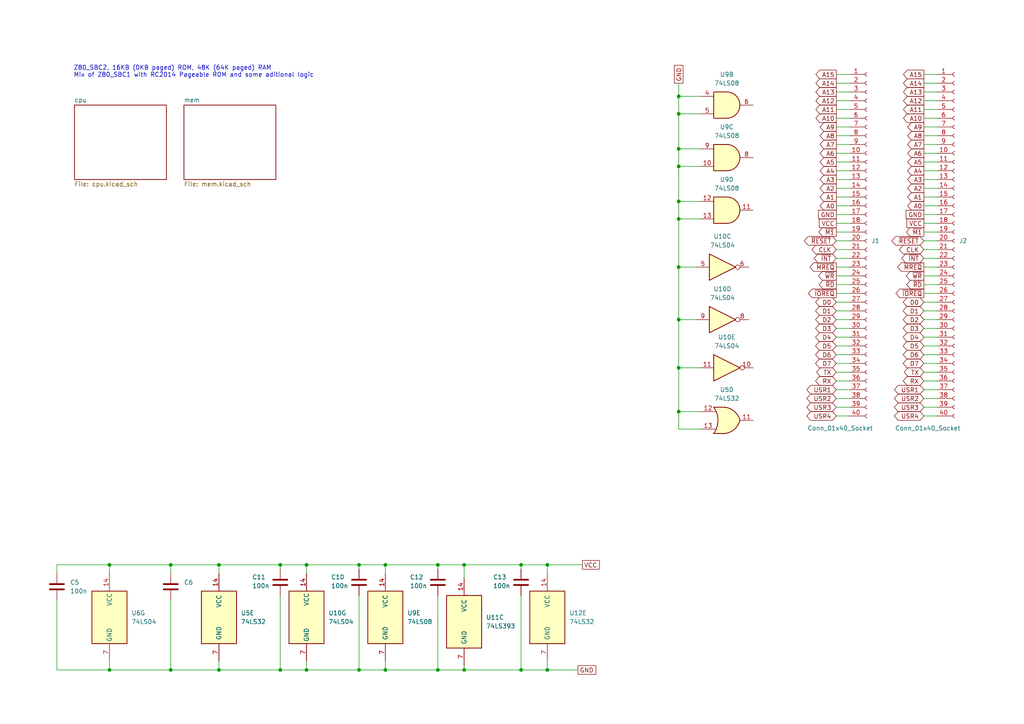
<source format=kicad_sch>
(kicad_sch (version 20231120) (generator "eeschema") (generator_version "8.0")
  (paper "A4")
  (lib_symbols
    (symbol "74xx:74LS04"
      (property "Reference" "U" (at 0 1.27 0))
      (property "Value" "74LS04" (at 0 -1.27 0))
      (symbol "74LS04_1_0"
        (polyline (pts (xy -3.81 3.81) (xy -3.81 -3.81) (xy 3.81 0) (xy -3.81 3.81)) (stroke (width 0.254)) (fill (type background)))
        (pin input line (at -7.62 0 0) (length 3.81) (name "~") (number "1"))
        (pin output inverted (at 7.62 0 180) (length 3.81) (name "~") (number "2"))
      )
      (symbol "74LS04_2_0"
        (polyline (pts (xy -3.81 3.81) (xy -3.81 -3.81) (xy 3.81 0) (xy -3.81 3.81)) (stroke (width 0.254)) (fill (type background)))
        (pin input line (at -7.62 0 0) (length 3.81) (name "~") (number "3"))
        (pin output inverted (at 7.62 0 180) (length 3.81) (name "~") (number "4"))
      )
      (symbol "74LS04_3_0"
        (polyline (pts (xy -3.81 3.81) (xy -3.81 -3.81) (xy 3.81 0) (xy -3.81 3.81)) (stroke (width 0.254)) (fill (type background)))
        (pin input line (at -7.62 0 0) (length 3.81) (name "~") (number "5"))
        (pin output inverted (at 7.62 0 180) (length 3.81) (name "~") (number "6"))
      )
      (symbol "74LS04_4_0"
        (polyline (pts (xy -3.81 3.81) (xy -3.81 -3.81) (xy 3.81 0) (xy -3.81 3.81)) (stroke (width 0.254)) (fill (type background)))
        (pin output inverted (at 7.62 0 180) (length 3.81) (name "~") (number "8"))
        (pin input line (at -7.62 0 0) (length 3.81) (name "~") (number "9"))
      )
      (symbol "74LS04_5_0"
        (polyline (pts (xy -3.81 3.81) (xy -3.81 -3.81) (xy 3.81 0) (xy -3.81 3.81)) (stroke (width 0.254)) (fill (type background)))
        (pin output inverted (at 7.62 0 180) (length 3.81) (name "~") (number "10"))
        (pin input line (at -7.62 0 0) (length 3.81) (name "~") (number "11"))
      )
      (symbol "74LS04_6_0"
        (polyline (pts (xy -3.81 3.81) (xy -3.81 -3.81) (xy 3.81 0) (xy -3.81 3.81)) (stroke (width 0.254)) (fill (type background)))
        (pin output inverted (at 7.62 0 180) (length 3.81) (name "~") (number "12"))
        (pin input line (at -7.62 0 0) (length 3.81) (name "~") (number "13"))
      )
      (symbol "74LS04_7_0"
        (pin power_in line (at 0 12.7 270) (length 5.08) (name "VCC") (number "14"))
        (pin power_in line (at 0 -12.7 90) (length 5.08) (name "GND") (number "7"))
      )
      (symbol "74LS04_7_1"
        (rectangle (start -5.08 7.62) (end 5.08 -7.62) (stroke (width 0.254)) (fill (type background)))
      )
    )
    (symbol "74xx:74LS08" (pin_names (offset 1.016))
      (property "Reference" "U" (at 0 1.27 0))
      (property "Value" "74LS08" (at 0 -1.27 0))
      (symbol "74LS08_1_1"
        (arc (start 0 -3.81) (mid 3.7934 0) (end 0 3.81) (stroke (width 0.254)) (fill (type background)))
        (polyline (pts (xy 0 3.81) (xy -3.81 3.81) (xy -3.81 -3.81) (xy 0 -3.81)) (stroke (width 0.254)) (fill (type background)))
        (pin input line (at -7.62 2.54 0) (length 3.81) (name "~") (number "1"))
        (pin input line (at -7.62 -2.54 0) (length 3.81) (name "~") (number "2"))
        (pin output line (at 7.62 0 180) (length 3.81) (name "~") (number "3"))
      )
      (symbol "74LS08_1_2"
        (arc (start -3.81 -3.81) (mid -2.589 0) (end -3.81 3.81) (stroke (width 0.254)))
        (arc (start -0.6096 -3.81) (mid 2.1842 -2.5851) (end 3.81 0) (stroke (width 0.254)) (fill (type background)))
        (polyline (pts (xy -3.81 -3.81) (xy -0.635 -3.81)) (stroke (width 0.254)) (fill (type background)))
        (polyline (pts (xy -3.81 3.81) (xy -0.635 3.81)) (stroke (width 0.254)) (fill (type background)))
        (polyline (pts (xy -0.635 3.81) (xy -3.81 3.81) (xy -3.81 3.81) (xy -3.556 3.4036) (xy -3.0226 2.2606) (xy -2.6924 1.0414) (xy -2.6162 -0.254) (xy -2.7686 -1.4986) (xy -3.175 -2.7178) (xy -3.81 -3.81) (xy -3.81 -3.81) (xy -0.635 -3.81)) (stroke (width -25.4)) (fill (type background)))
        (arc (start 3.81 0) (mid 2.1915 2.5936) (end -0.6096 3.81) (stroke (width 0.254)) (fill (type background)))
        (pin input inverted (at -7.62 2.54 0) (length 4.318) (name "~") (number "1"))
        (pin input inverted (at -7.62 -2.54 0) (length 4.318) (name "~") (number "2"))
        (pin output inverted (at 7.62 0 180) (length 3.81) (name "~") (number "3"))
      )
      (symbol "74LS08_2_1"
        (arc (start 0 -3.81) (mid 3.7934 0) (end 0 3.81) (stroke (width 0.254)) (fill (type background)))
        (polyline (pts (xy 0 3.81) (xy -3.81 3.81) (xy -3.81 -3.81) (xy 0 -3.81)) (stroke (width 0.254)) (fill (type background)))
        (pin input line (at -7.62 2.54 0) (length 3.81) (name "~") (number "4"))
        (pin input line (at -7.62 -2.54 0) (length 3.81) (name "~") (number "5"))
        (pin output line (at 7.62 0 180) (length 3.81) (name "~") (number "6"))
      )
      (symbol "74LS08_2_2"
        (arc (start -3.81 -3.81) (mid -2.589 0) (end -3.81 3.81) (stroke (width 0.254)))
        (arc (start -0.6096 -3.81) (mid 2.1842 -2.5851) (end 3.81 0) (stroke (width 0.254)) (fill (type background)))
        (polyline (pts (xy -3.81 -3.81) (xy -0.635 -3.81)) (stroke (width 0.254)) (fill (type background)))
        (polyline (pts (xy -3.81 3.81) (xy -0.635 3.81)) (stroke (width 0.254)) (fill (type background)))
        (polyline (pts (xy -0.635 3.81) (xy -3.81 3.81) (xy -3.81 3.81) (xy -3.556 3.4036) (xy -3.0226 2.2606) (xy -2.6924 1.0414) (xy -2.6162 -0.254) (xy -2.7686 -1.4986) (xy -3.175 -2.7178) (xy -3.81 -3.81) (xy -3.81 -3.81) (xy -0.635 -3.81)) (stroke (width -25.4)) (fill (type background)))
        (arc (start 3.81 0) (mid 2.1915 2.5936) (end -0.6096 3.81) (stroke (width 0.254)) (fill (type background)))
        (pin input inverted (at -7.62 2.54 0) (length 4.318) (name "~") (number "4"))
        (pin input inverted (at -7.62 -2.54 0) (length 4.318) (name "~") (number "5"))
        (pin output inverted (at 7.62 0 180) (length 3.81) (name "~") (number "6"))
      )
      (symbol "74LS08_3_1"
        (arc (start 0 -3.81) (mid 3.7934 0) (end 0 3.81) (stroke (width 0.254)) (fill (type background)))
        (polyline (pts (xy 0 3.81) (xy -3.81 3.81) (xy -3.81 -3.81) (xy 0 -3.81)) (stroke (width 0.254)) (fill (type background)))
        (pin input line (at -7.62 -2.54 0) (length 3.81) (name "~") (number "10"))
        (pin output line (at 7.62 0 180) (length 3.81) (name "~") (number "8"))
        (pin input line (at -7.62 2.54 0) (length 3.81) (name "~") (number "9"))
      )
      (symbol "74LS08_3_2"
        (arc (start -3.81 -3.81) (mid -2.589 0) (end -3.81 3.81) (stroke (width 0.254)))
        (arc (start -0.6096 -3.81) (mid 2.1842 -2.5851) (end 3.81 0) (stroke (width 0.254)) (fill (type background)))
        (polyline (pts (xy -3.81 -3.81) (xy -0.635 -3.81)) (stroke (width 0.254)) (fill (type background)))
        (polyline (pts (xy -3.81 3.81) (xy -0.635 3.81)) (stroke (width 0.254)) (fill (type background)))
        (polyline (pts (xy -0.635 3.81) (xy -3.81 3.81) (xy -3.81 3.81) (xy -3.556 3.4036) (xy -3.0226 2.2606) (xy -2.6924 1.0414) (xy -2.6162 -0.254) (xy -2.7686 -1.4986) (xy -3.175 -2.7178) (xy -3.81 -3.81) (xy -3.81 -3.81) (xy -0.635 -3.81)) (stroke (width -25.4)) (fill (type background)))
        (arc (start 3.81 0) (mid 2.1915 2.5936) (end -0.6096 3.81) (stroke (width 0.254)) (fill (type background)))
        (pin input inverted (at -7.62 -2.54 0) (length 4.318) (name "~") (number "10"))
        (pin output inverted (at 7.62 0 180) (length 3.81) (name "~") (number "8"))
        (pin input inverted (at -7.62 2.54 0) (length 4.318) (name "~") (number "9"))
      )
      (symbol "74LS08_4_1"
        (arc (start 0 -3.81) (mid 3.7934 0) (end 0 3.81) (stroke (width 0.254)) (fill (type background)))
        (polyline (pts (xy 0 3.81) (xy -3.81 3.81) (xy -3.81 -3.81) (xy 0 -3.81)) (stroke (width 0.254)) (fill (type background)))
        (pin output line (at 7.62 0 180) (length 3.81) (name "~") (number "11"))
        (pin input line (at -7.62 2.54 0) (length 3.81) (name "~") (number "12"))
        (pin input line (at -7.62 -2.54 0) (length 3.81) (name "~") (number "13"))
      )
      (symbol "74LS08_4_2"
        (arc (start -3.81 -3.81) (mid -2.589 0) (end -3.81 3.81) (stroke (width 0.254)))
        (arc (start -0.6096 -3.81) (mid 2.1842 -2.5851) (end 3.81 0) (stroke (width 0.254)) (fill (type background)))
        (polyline (pts (xy -3.81 -3.81) (xy -0.635 -3.81)) (stroke (width 0.254)) (fill (type background)))
        (polyline (pts (xy -3.81 3.81) (xy -0.635 3.81)) (stroke (width 0.254)) (fill (type background)))
        (polyline (pts (xy -0.635 3.81) (xy -3.81 3.81) (xy -3.81 3.81) (xy -3.556 3.4036) (xy -3.0226 2.2606) (xy -2.6924 1.0414) (xy -2.6162 -0.254) (xy -2.7686 -1.4986) (xy -3.175 -2.7178) (xy -3.81 -3.81) (xy -3.81 -3.81) (xy -0.635 -3.81)) (stroke (width -25.4)) (fill (type background)))
        (arc (start 3.81 0) (mid 2.1915 2.5936) (end -0.6096 3.81) (stroke (width 0.254)) (fill (type background)))
        (pin output inverted (at 7.62 0 180) (length 3.81) (name "~") (number "11"))
        (pin input inverted (at -7.62 2.54 0) (length 4.318) (name "~") (number "12"))
        (pin input inverted (at -7.62 -2.54 0) (length 4.318) (name "~") (number "13"))
      )
      (symbol "74LS08_5_0"
        (pin power_in line (at 0 12.7 270) (length 5.08) (name "VCC") (number "14"))
        (pin power_in line (at 0 -12.7 90) (length 5.08) (name "GND") (number "7"))
      )
      (symbol "74LS08_5_1"
        (rectangle (start -5.08 7.62) (end 5.08 -7.62) (stroke (width 0.254)) (fill (type background)))
      )
    )
    (symbol "74xx:74LS32" (pin_names (offset 1.016))
      (property "Reference" "U" (at 0 1.27 0))
      (property "Value" "74LS32" (at 0 -1.27 0))
      (symbol "74LS32_1_1"
        (arc (start -3.81 -3.81) (mid -2.589 0) (end -3.81 3.81) (stroke (width 0.254)))
        (arc (start -0.6096 -3.81) (mid 2.1842 -2.5851) (end 3.81 0) (stroke (width 0.254)) (fill (type background)))
        (polyline (pts (xy -3.81 -3.81) (xy -0.635 -3.81)) (stroke (width 0.254)) (fill (type background)))
        (polyline (pts (xy -3.81 3.81) (xy -0.635 3.81)) (stroke (width 0.254)) (fill (type background)))
        (polyline (pts (xy -0.635 3.81) (xy -3.81 3.81) (xy -3.81 3.81) (xy -3.556 3.4036) (xy -3.0226 2.2606) (xy -2.6924 1.0414) (xy -2.6162 -0.254) (xy -2.7686 -1.4986) (xy -3.175 -2.7178) (xy -3.81 -3.81) (xy -3.81 -3.81) (xy -0.635 -3.81)) (stroke (width -25.4)) (fill (type background)))
        (arc (start 3.81 0) (mid 2.1915 2.5936) (end -0.6096 3.81) (stroke (width 0.254)) (fill (type background)))
        (pin input line (at -7.62 2.54 0) (length 4.318) (name "~") (number "1"))
        (pin input line (at -7.62 -2.54 0) (length 4.318) (name "~") (number "2"))
        (pin output line (at 7.62 0 180) (length 3.81) (name "~") (number "3"))
      )
      (symbol "74LS32_1_2"
        (arc (start 0 -3.81) (mid 3.7934 0) (end 0 3.81) (stroke (width 0.254)) (fill (type background)))
        (polyline (pts (xy 0 3.81) (xy -3.81 3.81) (xy -3.81 -3.81) (xy 0 -3.81)) (stroke (width 0.254)) (fill (type background)))
        (pin input inverted (at -7.62 2.54 0) (length 3.81) (name "~") (number "1"))
        (pin input inverted (at -7.62 -2.54 0) (length 3.81) (name "~") (number "2"))
        (pin output inverted (at 7.62 0 180) (length 3.81) (name "~") (number "3"))
      )
      (symbol "74LS32_2_1"
        (arc (start -3.81 -3.81) (mid -2.589 0) (end -3.81 3.81) (stroke (width 0.254)))
        (arc (start -0.6096 -3.81) (mid 2.1842 -2.5851) (end 3.81 0) (stroke (width 0.254)) (fill (type background)))
        (polyline (pts (xy -3.81 -3.81) (xy -0.635 -3.81)) (stroke (width 0.254)) (fill (type background)))
        (polyline (pts (xy -3.81 3.81) (xy -0.635 3.81)) (stroke (width 0.254)) (fill (type background)))
        (polyline (pts (xy -0.635 3.81) (xy -3.81 3.81) (xy -3.81 3.81) (xy -3.556 3.4036) (xy -3.0226 2.2606) (xy -2.6924 1.0414) (xy -2.6162 -0.254) (xy -2.7686 -1.4986) (xy -3.175 -2.7178) (xy -3.81 -3.81) (xy -3.81 -3.81) (xy -0.635 -3.81)) (stroke (width -25.4)) (fill (type background)))
        (arc (start 3.81 0) (mid 2.1915 2.5936) (end -0.6096 3.81) (stroke (width 0.254)) (fill (type background)))
        (pin input line (at -7.62 2.54 0) (length 4.318) (name "~") (number "4"))
        (pin input line (at -7.62 -2.54 0) (length 4.318) (name "~") (number "5"))
        (pin output line (at 7.62 0 180) (length 3.81) (name "~") (number "6"))
      )
      (symbol "74LS32_2_2"
        (arc (start 0 -3.81) (mid 3.7934 0) (end 0 3.81) (stroke (width 0.254)) (fill (type background)))
        (polyline (pts (xy 0 3.81) (xy -3.81 3.81) (xy -3.81 -3.81) (xy 0 -3.81)) (stroke (width 0.254)) (fill (type background)))
        (pin input inverted (at -7.62 2.54 0) (length 3.81) (name "~") (number "4"))
        (pin input inverted (at -7.62 -2.54 0) (length 3.81) (name "~") (number "5"))
        (pin output inverted (at 7.62 0 180) (length 3.81) (name "~") (number "6"))
      )
      (symbol "74LS32_3_1"
        (arc (start -3.81 -3.81) (mid -2.589 0) (end -3.81 3.81) (stroke (width 0.254)))
        (arc (start -0.6096 -3.81) (mid 2.1842 -2.5851) (end 3.81 0) (stroke (width 0.254)) (fill (type background)))
        (polyline (pts (xy -3.81 -3.81) (xy -0.635 -3.81)) (stroke (width 0.254)) (fill (type background)))
        (polyline (pts (xy -3.81 3.81) (xy -0.635 3.81)) (stroke (width 0.254)) (fill (type background)))
        (polyline (pts (xy -0.635 3.81) (xy -3.81 3.81) (xy -3.81 3.81) (xy -3.556 3.4036) (xy -3.0226 2.2606) (xy -2.6924 1.0414) (xy -2.6162 -0.254) (xy -2.7686 -1.4986) (xy -3.175 -2.7178) (xy -3.81 -3.81) (xy -3.81 -3.81) (xy -0.635 -3.81)) (stroke (width -25.4)) (fill (type background)))
        (arc (start 3.81 0) (mid 2.1915 2.5936) (end -0.6096 3.81) (stroke (width 0.254)) (fill (type background)))
        (pin input line (at -7.62 -2.54 0) (length 4.318) (name "~") (number "10"))
        (pin output line (at 7.62 0 180) (length 3.81) (name "~") (number "8"))
        (pin input line (at -7.62 2.54 0) (length 4.318) (name "~") (number "9"))
      )
      (symbol "74LS32_3_2"
        (arc (start 0 -3.81) (mid 3.7934 0) (end 0 3.81) (stroke (width 0.254)) (fill (type background)))
        (polyline (pts (xy 0 3.81) (xy -3.81 3.81) (xy -3.81 -3.81) (xy 0 -3.81)) (stroke (width 0.254)) (fill (type background)))
        (pin input inverted (at -7.62 -2.54 0) (length 3.81) (name "~") (number "10"))
        (pin output inverted (at 7.62 0 180) (length 3.81) (name "~") (number "8"))
        (pin input inverted (at -7.62 2.54 0) (length 3.81) (name "~") (number "9"))
      )
      (symbol "74LS32_4_1"
        (arc (start -3.81 -3.81) (mid -2.589 0) (end -3.81 3.81) (stroke (width 0.254)))
        (arc (start -0.6096 -3.81) (mid 2.1842 -2.5851) (end 3.81 0) (stroke (width 0.254)) (fill (type background)))
        (polyline (pts (xy -3.81 -3.81) (xy -0.635 -3.81)) (stroke (width 0.254)) (fill (type background)))
        (polyline (pts (xy -3.81 3.81) (xy -0.635 3.81)) (stroke (width 0.254)) (fill (type background)))
        (polyline (pts (xy -0.635 3.81) (xy -3.81 3.81) (xy -3.81 3.81) (xy -3.556 3.4036) (xy -3.0226 2.2606) (xy -2.6924 1.0414) (xy -2.6162 -0.254) (xy -2.7686 -1.4986) (xy -3.175 -2.7178) (xy -3.81 -3.81) (xy -3.81 -3.81) (xy -0.635 -3.81)) (stroke (width -25.4)) (fill (type background)))
        (arc (start 3.81 0) (mid 2.1915 2.5936) (end -0.6096 3.81) (stroke (width 0.254)) (fill (type background)))
        (pin output line (at 7.62 0 180) (length 3.81) (name "~") (number "11"))
        (pin input line (at -7.62 2.54 0) (length 4.318) (name "~") (number "12"))
        (pin input line (at -7.62 -2.54 0) (length 4.318) (name "~") (number "13"))
      )
      (symbol "74LS32_4_2"
        (arc (start 0 -3.81) (mid 3.7934 0) (end 0 3.81) (stroke (width 0.254)) (fill (type background)))
        (polyline (pts (xy 0 3.81) (xy -3.81 3.81) (xy -3.81 -3.81) (xy 0 -3.81)) (stroke (width 0.254)) (fill (type background)))
        (pin output inverted (at 7.62 0 180) (length 3.81) (name "~") (number "11"))
        (pin input inverted (at -7.62 2.54 0) (length 3.81) (name "~") (number "12"))
        (pin input inverted (at -7.62 -2.54 0) (length 3.81) (name "~") (number "13"))
      )
      (symbol "74LS32_5_0"
        (pin power_in line (at 0 12.7 270) (length 5.08) (name "VCC") (number "14"))
        (pin power_in line (at 0 -12.7 90) (length 5.08) (name "GND") (number "7"))
      )
      (symbol "74LS32_5_1"
        (rectangle (start -5.08 7.62) (end 5.08 -7.62) (stroke (width 0.254)) (fill (type background)))
      )
    )
    (symbol "74xx:74LS393" (pin_names (offset 1.016))
      (property "Reference" "U" (at -7.62 8.89 0))
      (property "Value" "74LS393" (at -7.62 -8.89 0))
      (symbol "74LS393_1_0"
        (pin input clock (at -12.7 2.54 0) (length 5.08) (name "CP") (number "1"))
        (pin input line (at -12.7 -5.08 0) (length 5.08) (name "MR") (number "2"))
        (pin output line (at 12.7 2.54 180) (length 5.08) (name "Q0") (number "3"))
        (pin output line (at 12.7 0 180) (length 5.08) (name "Q1") (number "4"))
        (pin output line (at 12.7 -2.54 180) (length 5.08) (name "Q2") (number "5"))
        (pin output line (at 12.7 -5.08 180) (length 5.08) (name "Q3") (number "6"))
      )
      (symbol "74LS393_1_1"
        (rectangle (start -7.62 5.08) (end 7.62 -7.62) (stroke (width 0.254)) (fill (type background)))
      )
      (symbol "74LS393_2_0"
        (pin output line (at 12.7 0 180) (length 5.08) (name "Q1") (number "10"))
        (pin output line (at 12.7 2.54 180) (length 5.08) (name "Q0") (number "11"))
        (pin input line (at -12.7 -5.08 0) (length 5.08) (name "MR") (number "12"))
        (pin input clock (at -12.7 2.54 0) (length 5.08) (name "CP") (number "13"))
        (pin output line (at 12.7 -5.08 180) (length 5.08) (name "Q3") (number "8"))
        (pin output line (at 12.7 -2.54 180) (length 5.08) (name "Q2") (number "9"))
      )
      (symbol "74LS393_2_1"
        (rectangle (start -7.62 5.08) (end 7.62 -7.62) (stroke (width 0.254)) (fill (type background)))
      )
      (symbol "74LS393_3_0"
        (pin power_in line (at 0 12.7 270) (length 5.08) (name "VCC") (number "14"))
        (pin power_in line (at 0 -12.7 90) (length 5.08) (name "GND") (number "7"))
      )
      (symbol "74LS393_3_1"
        (rectangle (start -5.08 7.62) (end 5.08 -7.62) (stroke (width 0.254)) (fill (type background)))
      )
    )
    (symbol "Connector:Conn_01x40_Socket" (pin_names (offset 1.016) hide)
      (property "Reference" "J" (at 0 50.8 0))
      (property "Value" "Conn_01x40_Socket" (at 0 -53.34 0))
      (symbol "Conn_01x40_Socket_1_1"
        (arc (start 0 -50.292) (mid -0.5058 -50.8) (end 0 -51.308) (stroke (width 0.1524)))
        (arc (start 0 -47.752) (mid -0.5058 -48.26) (end 0 -48.768) (stroke (width 0.1524)))
        (arc (start 0 -45.212) (mid -0.5058 -45.72) (end 0 -46.228) (stroke (width 0.1524)))
        (arc (start 0 -42.672) (mid -0.5058 -43.18) (end 0 -43.688) (stroke (width 0.1524)))
        (arc (start 0 -40.132) (mid -0.5058 -40.64) (end 0 -41.148) (stroke (width 0.1524)))
        (arc (start 0 -37.592) (mid -0.5058 -38.1) (end 0 -38.608) (stroke (width 0.1524)))
        (arc (start 0 -35.052) (mid -0.5058 -35.56) (end 0 -36.068) (stroke (width 0.1524)))
        (arc (start 0 -32.512) (mid -0.5058 -33.02) (end 0 -33.528) (stroke (width 0.1524)))
        (arc (start 0 -29.972) (mid -0.5058 -30.48) (end 0 -30.988) (stroke (width 0.1524)))
        (arc (start 0 -27.432) (mid -0.5058 -27.94) (end 0 -28.448) (stroke (width 0.1524)))
        (arc (start 0 -24.892) (mid -0.5058 -25.4) (end 0 -25.908) (stroke (width 0.1524)))
        (arc (start 0 -22.352) (mid -0.5058 -22.86) (end 0 -23.368) (stroke (width 0.1524)))
        (arc (start 0 -19.812) (mid -0.5058 -20.32) (end 0 -20.828) (stroke (width 0.1524)))
        (arc (start 0 -17.272) (mid -0.5058 -17.78) (end 0 -18.288) (stroke (width 0.1524)))
        (arc (start 0 -14.732) (mid -0.5058 -15.24) (end 0 -15.748) (stroke (width 0.1524)))
        (arc (start 0 -12.192) (mid -0.5058 -12.7) (end 0 -13.208) (stroke (width 0.1524)))
        (arc (start 0 -9.652) (mid -0.5058 -10.16) (end 0 -10.668) (stroke (width 0.1524)))
        (arc (start 0 -7.112) (mid -0.5058 -7.62) (end 0 -8.128) (stroke (width 0.1524)))
        (arc (start 0 -4.572) (mid -0.5058 -5.08) (end 0 -5.588) (stroke (width 0.1524)))
        (arc (start 0 -2.032) (mid -0.5058 -2.54) (end 0 -3.048) (stroke (width 0.1524)))
        (polyline (pts (xy -1.27 -50.8) (xy -0.508 -50.8)) (stroke (width 0.1524)))
        (polyline (pts (xy -1.27 -48.26) (xy -0.508 -48.26)) (stroke (width 0.1524)))
        (polyline (pts (xy -1.27 -45.72) (xy -0.508 -45.72)) (stroke (width 0.1524)))
        (polyline (pts (xy -1.27 -43.18) (xy -0.508 -43.18)) (stroke (width 0.1524)))
        (polyline (pts (xy -1.27 -40.64) (xy -0.508 -40.64)) (stroke (width 0.1524)))
        (polyline (pts (xy -1.27 -38.1) (xy -0.508 -38.1)) (stroke (width 0.1524)))
        (polyline (pts (xy -1.27 -35.56) (xy -0.508 -35.56)) (stroke (width 0.1524)))
        (polyline (pts (xy -1.27 -33.02) (xy -0.508 -33.02)) (stroke (width 0.1524)))
        (polyline (pts (xy -1.27 -30.48) (xy -0.508 -30.48)) (stroke (width 0.1524)))
        (polyline (pts (xy -1.27 -27.94) (xy -0.508 -27.94)) (stroke (width 0.1524)))
        (polyline (pts (xy -1.27 -25.4) (xy -0.508 -25.4)) (stroke (width 0.1524)))
        (polyline (pts (xy -1.27 -22.86) (xy -0.508 -22.86)) (stroke (width 0.1524)))
        (polyline (pts (xy -1.27 -20.32) (xy -0.508 -20.32)) (stroke (width 0.1524)))
        (polyline (pts (xy -1.27 -17.78) (xy -0.508 -17.78)) (stroke (width 0.1524)))
        (polyline (pts (xy -1.27 -15.24) (xy -0.508 -15.24)) (stroke (width 0.1524)))
        (polyline (pts (xy -1.27 -12.7) (xy -0.508 -12.7)) (stroke (width 0.1524)))
        (polyline (pts (xy -1.27 -10.16) (xy -0.508 -10.16)) (stroke (width 0.1524)))
        (polyline (pts (xy -1.27 -7.62) (xy -0.508 -7.62)) (stroke (width 0.1524)))
        (polyline (pts (xy -1.27 -5.08) (xy -0.508 -5.08)) (stroke (width 0.1524)))
        (polyline (pts (xy -1.27 -2.54) (xy -0.508 -2.54)) (stroke (width 0.1524)))
        (polyline (pts (xy -1.27 0) (xy -0.508 0)) (stroke (width 0.1524)))
        (polyline (pts (xy -1.27 2.54) (xy -0.508 2.54)) (stroke (width 0.1524)))
        (polyline (pts (xy -1.27 5.08) (xy -0.508 5.08)) (stroke (width 0.1524)))
        (polyline (pts (xy -1.27 7.62) (xy -0.508 7.62)) (stroke (width 0.1524)))
        (polyline (pts (xy -1.27 10.16) (xy -0.508 10.16)) (stroke (width 0.1524)))
        (polyline (pts (xy -1.27 12.7) (xy -0.508 12.7)) (stroke (width 0.1524)))
        (polyline (pts (xy -1.27 15.24) (xy -0.508 15.24)) (stroke (width 0.1524)))
        (polyline (pts (xy -1.27 17.78) (xy -0.508 17.78)) (stroke (width 0.1524)))
        (polyline (pts (xy -1.27 20.32) (xy -0.508 20.32)) (stroke (width 0.1524)))
        (polyline (pts (xy -1.27 22.86) (xy -0.508 22.86)) (stroke (width 0.1524)))
        (polyline (pts (xy -1.27 25.4) (xy -0.508 25.4)) (stroke (width 0.1524)))
        (polyline (pts (xy -1.27 27.94) (xy -0.508 27.94)) (stroke (width 0.1524)))
        (polyline (pts (xy -1.27 30.48) (xy -0.508 30.48)) (stroke (width 0.1524)))
        (polyline (pts (xy -1.27 33.02) (xy -0.508 33.02)) (stroke (width 0.1524)))
        (polyline (pts (xy -1.27 35.56) (xy -0.508 35.56)) (stroke (width 0.1524)))
        (polyline (pts (xy -1.27 38.1) (xy -0.508 38.1)) (stroke (width 0.1524)))
        (polyline (pts (xy -1.27 40.64) (xy -0.508 40.64)) (stroke (width 0.1524)))
        (polyline (pts (xy -1.27 43.18) (xy -0.508 43.18)) (stroke (width 0.1524)))
        (polyline (pts (xy -1.27 45.72) (xy -0.508 45.72)) (stroke (width 0.1524)))
        (polyline (pts (xy -1.27 48.26) (xy -0.508 48.26)) (stroke (width 0.1524)))
        (arc (start 0 0.508) (mid -0.5058 0) (end 0 -0.508) (stroke (width 0.1524)))
        (arc (start 0 3.048) (mid -0.5058 2.54) (end 0 2.032) (stroke (width 0.1524)))
        (arc (start 0 5.588) (mid -0.5058 5.08) (end 0 4.572) (stroke (width 0.1524)))
        (arc (start 0 8.128) (mid -0.5058 7.62) (end 0 7.112) (stroke (width 0.1524)))
        (arc (start 0 10.668) (mid -0.5058 10.16) (end 0 9.652) (stroke (width 0.1524)))
        (arc (start 0 13.208) (mid -0.5058 12.7) (end 0 12.192) (stroke (width 0.1524)))
        (arc (start 0 15.748) (mid -0.5058 15.24) (end 0 14.732) (stroke (width 0.1524)))
        (arc (start 0 18.288) (mid -0.5058 17.78) (end 0 17.272) (stroke (width 0.1524)))
        (arc (start 0 20.828) (mid -0.5058 20.32) (end 0 19.812) (stroke (width 0.1524)))
        (arc (start 0 23.368) (mid -0.5058 22.86) (end 0 22.352) (stroke (width 0.1524)))
        (arc (start 0 25.908) (mid -0.5058 25.4) (end 0 24.892) (stroke (width 0.1524)))
        (arc (start 0 28.448) (mid -0.5058 27.94) (end 0 27.432) (stroke (width 0.1524)))
        (arc (start 0 30.988) (mid -0.5058 30.48) (end 0 29.972) (stroke (width 0.1524)))
        (arc (start 0 33.528) (mid -0.5058 33.02) (end 0 32.512) (stroke (width 0.1524)))
        (arc (start 0 36.068) (mid -0.5058 35.56) (end 0 35.052) (stroke (width 0.1524)))
        (arc (start 0 38.608) (mid -0.5058 38.1) (end 0 37.592) (stroke (width 0.1524)))
        (arc (start 0 41.148) (mid -0.5058 40.64) (end 0 40.132) (stroke (width 0.1524)))
        (arc (start 0 43.688) (mid -0.5058 43.18) (end 0 42.672) (stroke (width 0.1524)))
        (arc (start 0 46.228) (mid -0.5058 45.72) (end 0 45.212) (stroke (width 0.1524)))
        (arc (start 0 48.768) (mid -0.5058 48.26) (end 0 47.752) (stroke (width 0.1524)))
        (pin passive line (at -5.08 48.26 0) (length 3.81) (name "Pin_1") (number "1"))
        (pin passive line (at -5.08 25.4 0) (length 3.81) (name "Pin_10") (number "10"))
        (pin passive line (at -5.08 22.86 0) (length 3.81) (name "Pin_11") (number "11"))
        (pin passive line (at -5.08 20.32 0) (length 3.81) (name "Pin_12") (number "12"))
        (pin passive line (at -5.08 17.78 0) (length 3.81) (name "Pin_13") (number "13"))
        (pin passive line (at -5.08 15.24 0) (length 3.81) (name "Pin_14") (number "14"))
        (pin passive line (at -5.08 12.7 0) (length 3.81) (name "Pin_15") (number "15"))
        (pin passive line (at -5.08 10.16 0) (length 3.81) (name "Pin_16") (number "16"))
        (pin passive line (at -5.08 7.62 0) (length 3.81) (name "Pin_17") (number "17"))
        (pin passive line (at -5.08 5.08 0) (length 3.81) (name "Pin_18") (number "18"))
        (pin passive line (at -5.08 2.54 0) (length 3.81) (name "Pin_19") (number "19"))
        (pin passive line (at -5.08 45.72 0) (length 3.81) (name "Pin_2") (number "2"))
        (pin passive line (at -5.08 0 0) (length 3.81) (name "Pin_20") (number "20"))
        (pin passive line (at -5.08 -2.54 0) (length 3.81) (name "Pin_21") (number "21"))
        (pin passive line (at -5.08 -5.08 0) (length 3.81) (name "Pin_22") (number "22"))
        (pin passive line (at -5.08 -7.62 0) (length 3.81) (name "Pin_23") (number "23"))
        (pin passive line (at -5.08 -10.16 0) (length 3.81) (name "Pin_24") (number "24"))
        (pin passive line (at -5.08 -12.7 0) (length 3.81) (name "Pin_25") (number "25"))
        (pin passive line (at -5.08 -15.24 0) (length 3.81) (name "Pin_26") (number "26"))
        (pin passive line (at -5.08 -17.78 0) (length 3.81) (name "Pin_27") (number "27"))
        (pin passive line (at -5.08 -20.32 0) (length 3.81) (name "Pin_28") (number "28"))
        (pin passive line (at -5.08 -22.86 0) (length 3.81) (name "Pin_29") (number "29"))
        (pin passive line (at -5.08 43.18 0) (length 3.81) (name "Pin_3") (number "3"))
        (pin passive line (at -5.08 -25.4 0) (length 3.81) (name "Pin_30") (number "30"))
        (pin passive line (at -5.08 -27.94 0) (length 3.81) (name "Pin_31") (number "31"))
        (pin passive line (at -5.08 -30.48 0) (length 3.81) (name "Pin_32") (number "32"))
        (pin passive line (at -5.08 -33.02 0) (length 3.81) (name "Pin_33") (number "33"))
        (pin passive line (at -5.08 -35.56 0) (length 3.81) (name "Pin_34") (number "34"))
        (pin passive line (at -5.08 -38.1 0) (length 3.81) (name "Pin_35") (number "35"))
        (pin passive line (at -5.08 -40.64 0) (length 3.81) (name "Pin_36") (number "36"))
        (pin passive line (at -5.08 -43.18 0) (length 3.81) (name "Pin_37") (number "37"))
        (pin passive line (at -5.08 -45.72 0) (length 3.81) (name "Pin_38") (number "38"))
        (pin passive line (at -5.08 -48.26 0) (length 3.81) (name "Pin_39") (number "39"))
        (pin passive line (at -5.08 40.64 0) (length 3.81) (name "Pin_4") (number "4"))
        (pin passive line (at -5.08 -50.8 0) (length 3.81) (name "Pin_40") (number "40"))
        (pin passive line (at -5.08 38.1 0) (length 3.81) (name "Pin_5") (number "5"))
        (pin passive line (at -5.08 35.56 0) (length 3.81) (name "Pin_6") (number "6"))
        (pin passive line (at -5.08 33.02 0) (length 3.81) (name "Pin_7") (number "7"))
        (pin passive line (at -5.08 30.48 0) (length 3.81) (name "Pin_8") (number "8"))
        (pin passive line (at -5.08 27.94 0) (length 3.81) (name "Pin_9") (number "9"))
      )
    )
    (symbol "Device:C" (pin_numbers hide) (pin_names (offset 0.254))
      (property "Reference" "C" (at 0.635 2.54 0))
      (property "Value" "C" (at 0.635 -2.54 0))
      (symbol "C_0_1"
        (polyline (pts (xy -2.032 -0.762) (xy 2.032 -0.762)) (stroke (width 0.508)))
        (polyline (pts (xy -2.032 0.762) (xy 2.032 0.762)) (stroke (width 0.508)))
      )
      (symbol "C_1_1"
        (pin passive line (at 0 3.81 270) (length 2.794) (name "~") (number "1"))
        (pin passive line (at 0 -3.81 90) (length 2.794) (name "~") (number "2"))
      )
    )
  )
  (junction (at 49.53 163.83))
  (junction (at 196.85 33.02))
  (junction (at 196.85 27.94))
  (junction (at 111.76 194.31))
  (junction (at 134.62 194.31))
  (junction (at 104.14 194.31))
  (junction (at 158.75 194.31))
  (junction (at 63.5 194.31))
  (junction (at 196.85 63.5))
  (junction (at 31.75 194.31))
  (junction (at 151.13 194.31))
  (junction (at 151.13 163.83))
  (junction (at 49.53 194.31))
  (junction (at 81.28 194.31))
  (junction (at 88.9 163.83))
  (junction (at 63.5 163.83))
  (junction (at 158.75 163.83))
  (junction (at 196.85 48.26))
  (junction (at 88.9 194.31))
  (junction (at 196.85 92.71))
  (junction (at 127 163.83))
  (junction (at 196.85 43.18))
  (junction (at 31.75 163.83))
  (junction (at 134.62 163.83))
  (junction (at 127 194.31))
  (junction (at 196.85 58.42))
  (junction (at 196.85 119.38))
  (junction (at 81.28 163.83))
  (junction (at 111.76 163.83))
  (junction (at 196.85 106.68))
  (junction (at 196.85 77.47))
  (junction (at 104.14 163.83))
  (wire (pts (xy 267.97 92.71) (xy 271.78 92.71)))
  (wire (pts (xy 242.57 31.75) (xy 246.38 31.75)))
  (wire (pts (xy 196.85 92.71) (xy 196.85 106.68)))
  (wire (pts (xy 81.28 163.83) (xy 88.9 163.83)))
  (wire (pts (xy 242.57 77.47) (xy 246.38 77.47)))
  (wire (pts (xy 104.14 163.83) (xy 104.14 165.1)))
  (wire (pts (xy 242.57 82.55) (xy 246.38 82.55)))
  (wire (pts (xy 242.57 118.11) (xy 246.38 118.11)))
  (wire (pts (xy 158.75 163.83) (xy 158.75 166.37)))
  (wire (pts (xy 242.57 69.85) (xy 246.38 69.85)))
  (wire (pts (xy 134.62 163.83) (xy 151.13 163.83)))
  (wire (pts (xy 127 163.83) (xy 134.62 163.83)))
  (wire (pts (xy 196.85 27.94) (xy 196.85 33.02)))
  (wire (pts (xy 127 163.83) (xy 127 165.1)))
  (wire (pts (xy 267.97 87.63) (xy 271.78 87.63)))
  (wire (pts (xy 196.85 124.46) (xy 196.85 119.38)))
  (wire (pts (xy 111.76 191.77) (xy 111.76 194.31)))
  (wire (pts (xy 242.57 26.67) (xy 246.38 26.67)))
  (wire (pts (xy 267.97 49.53) (xy 271.78 49.53)))
  (wire (pts (xy 242.57 100.33) (xy 246.38 100.33)))
  (wire (pts (xy 31.75 163.83) (xy 31.75 166.37)))
  (wire (pts (xy 267.97 82.55) (xy 271.78 82.55)))
  (wire (pts (xy 242.57 80.01) (xy 246.38 80.01)))
  (wire (pts (xy 196.85 106.68) (xy 196.85 119.38)))
  (wire (pts (xy 88.9 163.83) (xy 88.9 166.37)))
  (wire (pts (xy 242.57 46.99) (xy 246.38 46.99)))
  (wire (pts (xy 196.85 43.18) (xy 203.2 43.18)))
  (wire (pts (xy 242.57 107.95) (xy 246.38 107.95)))
  (wire (pts (xy 242.57 59.69) (xy 246.38 59.69)))
  (wire (pts (xy 104.14 163.83) (xy 111.76 163.83)))
  (wire (pts (xy 31.75 194.31) (xy 49.53 194.31)))
  (wire (pts (xy 196.85 63.5) (xy 196.85 77.47)))
  (wire (pts (xy 267.97 67.31) (xy 271.78 67.31)))
  (wire (pts (xy 88.9 163.83) (xy 104.14 163.83)))
  (wire (pts (xy 267.97 44.45) (xy 271.78 44.45)))
  (wire (pts (xy 267.97 118.11) (xy 271.78 118.11)))
  (wire (pts (xy 267.97 34.29) (xy 271.78 34.29)))
  (wire (pts (xy 267.97 80.01) (xy 271.78 80.01)))
  (wire (pts (xy 267.97 72.39) (xy 271.78 72.39)))
  (wire (pts (xy 31.75 191.77) (xy 31.75 194.31)))
  (wire (pts (xy 242.57 97.79) (xy 246.38 97.79)))
  (wire (pts (xy 196.85 43.18) (xy 196.85 48.26)))
  (wire (pts (xy 81.28 163.83) (xy 81.28 165.1)))
  (wire (pts (xy 203.2 33.02) (xy 196.85 33.02)))
  (wire (pts (xy 111.76 163.83) (xy 111.76 166.37)))
  (wire (pts (xy 196.85 58.42) (xy 203.2 58.42)))
  (wire (pts (xy 242.57 120.65) (xy 246.38 120.65)))
  (wire (pts (xy 196.85 77.47) (xy 196.85 92.71)))
  (wire (pts (xy 203.2 27.94) (xy 196.85 27.94)))
  (wire (pts (xy 203.2 124.46) (xy 196.85 124.46)))
  (wire (pts (xy 196.85 48.26) (xy 203.2 48.26)))
  (wire (pts (xy 267.97 62.23) (xy 271.78 62.23)))
  (wire (pts (xy 134.62 194.31) (xy 151.13 194.31)))
  (wire (pts (xy 151.13 163.83) (xy 151.13 165.1)))
  (wire (pts (xy 127 194.31) (xy 134.62 194.31)))
  (wire (pts (xy 16.51 194.31) (xy 16.51 173.99)))
  (wire (pts (xy 267.97 39.37) (xy 271.78 39.37)))
  (wire (pts (xy 242.57 102.87) (xy 246.38 102.87)))
  (wire (pts (xy 242.57 74.93) (xy 246.38 74.93)))
  (wire (pts (xy 158.75 194.31) (xy 167.64 194.31)))
  (wire (pts (xy 158.75 163.83) (xy 168.91 163.83)))
  (wire (pts (xy 267.97 100.33) (xy 271.78 100.33)))
  (wire (pts (xy 111.76 163.83) (xy 127 163.83)))
  (wire (pts (xy 196.85 48.26) (xy 196.85 58.42)))
  (wire (pts (xy 267.97 115.57) (xy 271.78 115.57)))
  (wire (pts (xy 242.57 36.83) (xy 246.38 36.83)))
  (wire (pts (xy 151.13 194.31) (xy 158.75 194.31)))
  (wire (pts (xy 134.62 163.83) (xy 134.62 167.64)))
  (wire (pts (xy 242.57 52.07) (xy 246.38 52.07)))
  (wire (pts (xy 196.85 63.5) (xy 203.2 63.5)))
  (wire (pts (xy 111.76 194.31) (xy 127 194.31)))
  (wire (pts (xy 104.14 172.72) (xy 104.14 194.31)))
  (wire (pts (xy 267.97 26.67) (xy 271.78 26.67)))
  (wire (pts (xy 49.53 163.83) (xy 63.5 163.83)))
  (wire (pts (xy 16.51 166.37) (xy 16.51 163.83)))
  (wire (pts (xy 267.97 90.17) (xy 271.78 90.17)))
  (wire (pts (xy 242.57 67.31) (xy 246.38 67.31)))
  (wire (pts (xy 16.51 194.31) (xy 31.75 194.31)))
  (wire (pts (xy 49.53 163.83) (xy 49.53 166.37)))
  (wire (pts (xy 242.57 41.91) (xy 246.38 41.91)))
  (wire (pts (xy 242.57 115.57) (xy 246.38 115.57)))
  (wire (pts (xy 242.57 113.03) (xy 246.38 113.03)))
  (wire (pts (xy 242.57 85.09) (xy 246.38 85.09)))
  (wire (pts (xy 63.5 163.83) (xy 63.5 166.37)))
  (wire (pts (xy 267.97 107.95) (xy 271.78 107.95)))
  (wire (pts (xy 242.57 72.39) (xy 246.38 72.39)))
  (wire (pts (xy 88.9 191.77) (xy 88.9 194.31)))
  (wire (pts (xy 63.5 191.77) (xy 63.5 194.31)))
  (wire (pts (xy 267.97 110.49) (xy 271.78 110.49)))
  (wire (pts (xy 49.53 173.99) (xy 49.53 194.31)))
  (wire (pts (xy 267.97 52.07) (xy 271.78 52.07)))
  (wire (pts (xy 242.57 44.45) (xy 246.38 44.45)))
  (wire (pts (xy 267.97 31.75) (xy 271.78 31.75)))
  (wire (pts (xy 267.97 64.77) (xy 271.78 64.77)))
  (wire (pts (xy 242.57 24.13) (xy 246.38 24.13)))
  (wire (pts (xy 203.2 119.38) (xy 196.85 119.38)))
  (wire (pts (xy 63.5 194.31) (xy 81.28 194.31)))
  (wire (pts (xy 151.13 172.72) (xy 151.13 194.31)))
  (wire (pts (xy 242.57 54.61) (xy 246.38 54.61)))
  (wire (pts (xy 196.85 77.47) (xy 201.93 77.47)))
  (wire (pts (xy 267.97 24.13) (xy 271.78 24.13)))
  (wire (pts (xy 267.97 29.21) (xy 271.78 29.21)))
  (wire (pts (xy 63.5 163.83) (xy 81.28 163.83)))
  (wire (pts (xy 267.97 41.91) (xy 271.78 41.91)))
  (wire (pts (xy 196.85 106.68) (xy 203.2 106.68)))
  (wire (pts (xy 242.57 92.71) (xy 246.38 92.71)))
  (wire (pts (xy 242.57 21.59) (xy 246.38 21.59)))
  (wire (pts (xy 151.13 163.83) (xy 158.75 163.83)))
  (wire (pts (xy 31.75 163.83) (xy 49.53 163.83)))
  (wire (pts (xy 242.57 87.63) (xy 246.38 87.63)))
  (wire (pts (xy 242.57 34.29) (xy 246.38 34.29)))
  (wire (pts (xy 196.85 58.42) (xy 196.85 63.5)))
  (wire (pts (xy 49.53 194.31) (xy 63.5 194.31)))
  (wire (pts (xy 242.57 57.15) (xy 246.38 57.15)))
  (wire (pts (xy 242.57 39.37) (xy 246.38 39.37)))
  (wire (pts (xy 242.57 90.17) (xy 246.38 90.17)))
  (wire (pts (xy 267.97 21.59) (xy 271.78 21.59)))
  (wire (pts (xy 196.85 92.71) (xy 201.93 92.71)))
  (wire (pts (xy 267.97 95.25) (xy 271.78 95.25)))
  (wire (pts (xy 242.57 64.77) (xy 246.38 64.77)))
  (wire (pts (xy 81.28 172.72) (xy 81.28 194.31)))
  (wire (pts (xy 267.97 46.99) (xy 271.78 46.99)))
  (wire (pts (xy 267.97 36.83) (xy 271.78 36.83)))
  (wire (pts (xy 158.75 191.77) (xy 158.75 194.31)))
  (wire (pts (xy 16.51 163.83) (xy 31.75 163.83)))
  (wire (pts (xy 242.57 49.53) (xy 246.38 49.53)))
  (wire (pts (xy 196.85 33.02) (xy 196.85 43.18)))
  (wire (pts (xy 242.57 29.21) (xy 246.38 29.21)))
  (wire (pts (xy 104.14 194.31) (xy 111.76 194.31)))
  (wire (pts (xy 88.9 194.31) (xy 104.14 194.31)))
  (wire (pts (xy 267.97 97.79) (xy 271.78 97.79)))
  (wire (pts (xy 242.57 95.25) (xy 246.38 95.25)))
  (wire (pts (xy 81.28 194.31) (xy 88.9 194.31)))
  (wire (pts (xy 267.97 105.41) (xy 271.78 105.41)))
  (wire (pts (xy 267.97 113.03) (xy 271.78 113.03)))
  (wire (pts (xy 267.97 77.47) (xy 271.78 77.47)))
  (wire (pts (xy 127 172.72) (xy 127 194.31)))
  (wire (pts (xy 196.85 24.13) (xy 196.85 27.94)))
  (wire (pts (xy 242.57 110.49) (xy 246.38 110.49)))
  (wire (pts (xy 242.57 62.23) (xy 246.38 62.23)))
  (wire (pts (xy 267.97 74.93) (xy 271.78 74.93)))
  (wire (pts (xy 242.57 105.41) (xy 246.38 105.41)))
  (wire (pts (xy 267.97 85.09) (xy 271.78 85.09)))
  (wire (pts (xy 267.97 57.15) (xy 271.78 57.15)))
  (wire (pts (xy 267.97 59.69) (xy 271.78 59.69)))
  (wire (pts (xy 267.97 102.87) (xy 271.78 102.87)))
  (wire (pts (xy 267.97 54.61) (xy 271.78 54.61)))
  (wire (pts (xy 134.62 193.04) (xy 134.62 194.31)))
  (wire (pts (xy 267.97 120.65) (xy 271.78 120.65)))
  (wire (pts (xy 267.97 69.85) (xy 271.78 69.85)))
  (text "Z80_SBC2, 16KB (0KB paged) ROM, 48K (64K paged) RAM\nMix of Z80_SBC1 with RC2014 Pageable ROM and some aditional logic" (at 21.336 20.828 0) (effects (font (size 1.27 1.27)) (justify left)))
  (global_label "VCC" (shape passive) (at 267.97 64.77 180) (property "Intersheetrefs" "${INTERSHEET_REFS}" (effects (hide yes))))
  (global_label "D5" (shape bidirectional) (at 242.57 100.33 180) (property "Intersheetrefs" "${INTERSHEET_REFS}" (effects (hide yes))))
  (global_label "USR1" (shape bidirectional) (at 267.97 113.03 180) (property "Intersheetrefs" "${INTERSHEET_REFS}" (effects (hide yes))))
  (global_label "A8" (shape output) (at 242.57 39.37 180) (property "Intersheetrefs" "${INTERSHEET_REFS}" (effects (hide yes))))
  (global_label "D4" (shape bidirectional) (at 242.57 97.79 180) (property "Intersheetrefs" "${INTERSHEET_REFS}" (effects (hide yes))))
  (global_label "A11" (shape output) (at 267.97 31.75 180) (property "Intersheetrefs" "${INTERSHEET_REFS}" (effects (hide yes))))
  (global_label "A12" (shape output) (at 267.97 29.21 180) (property "Intersheetrefs" "${INTERSHEET_REFS}" (effects (hide yes))))
  (global_label "CLK" (shape bidirectional) (at 242.57 72.39 180) (property "Intersheetrefs" "${INTERSHEET_REFS}" (effects (hide yes))))
  (global_label "TX" (shape bidirectional) (at 267.97 107.95 180) (property "Intersheetrefs" "${INTERSHEET_REFS}" (effects (hide yes))))
  (global_label "~{INT}" (shape bidirectional) (at 267.97 74.93 180) (property "Intersheetrefs" "${INTERSHEET_REFS}" (effects (hide yes))))
  (global_label "USR2" (shape bidirectional) (at 242.57 115.57 180) (property "Intersheetrefs" "${INTERSHEET_REFS}" (effects (hide yes))))
  (global_label "D3" (shape bidirectional) (at 267.97 95.25 180) (property "Intersheetrefs" "${INTERSHEET_REFS}" (effects (hide yes))))
  (global_label "D5" (shape bidirectional) (at 267.97 100.33 180) (property "Intersheetrefs" "${INTERSHEET_REFS}" (effects (hide yes))))
  (global_label "~{M1}" (shape output) (at 267.97 67.31 180) (property "Intersheetrefs" "${INTERSHEET_REFS}" (effects (hide yes))))
  (global_label "RX" (shape bidirectional) (at 267.97 110.49 180) (property "Intersheetrefs" "${INTERSHEET_REFS}" (effects (hide yes))))
  (global_label "D7" (shape bidirectional) (at 267.97 105.41 180) (property "Intersheetrefs" "${INTERSHEET_REFS}" (effects (hide yes))))
  (global_label "A6" (shape output) (at 267.97 44.45 180) (property "Intersheetrefs" "${INTERSHEET_REFS}" (effects (hide yes))))
  (global_label "GND" (shape passive) (at 196.85 24.13 90) (property "Intersheetrefs" "${INTERSHEET_REFS}" (effects (hide yes))))
  (global_label "CLK" (shape bidirectional) (at 267.97 72.39 180) (property "Intersheetrefs" "${INTERSHEET_REFS}" (effects (hide yes))))
  (global_label "RX" (shape bidirectional) (at 242.57 110.49 180) (property "Intersheetrefs" "${INTERSHEET_REFS}" (effects (hide yes))))
  (global_label "A3" (shape output) (at 242.57 52.07 180) (property "Intersheetrefs" "${INTERSHEET_REFS}" (effects (hide yes))))
  (global_label "A14" (shape output) (at 267.97 24.13 180) (property "Intersheetrefs" "${INTERSHEET_REFS}" (effects (hide yes))))
  (global_label "D2" (shape bidirectional) (at 242.57 92.71 180) (property "Intersheetrefs" "${INTERSHEET_REFS}" (effects (hide yes))))
  (global_label "A2" (shape output) (at 267.97 54.61 180) (property "Intersheetrefs" "${INTERSHEET_REFS}" (effects (hide yes))))
  (global_label "~{IOREQ}" (shape output) (at 242.57 85.09 180) (property "Intersheetrefs" "${INTERSHEET_REFS}" (effects (hide yes))))
  (global_label "~{RESET}" (shape bidirectional) (at 267.97 69.85 180) (property "Intersheetrefs" "${INTERSHEET_REFS}" (effects (hide yes))))
  (global_label "A7" (shape output) (at 242.57 41.91 180) (property "Intersheetrefs" "${INTERSHEET_REFS}" (effects (hide yes))))
  (global_label "~{WR}" (shape output) (at 242.57 80.01 180) (property "Intersheetrefs" "${INTERSHEET_REFS}" (effects (hide yes))))
  (global_label "~{INT}" (shape bidirectional) (at 242.57 74.93 180) (property "Intersheetrefs" "${INTERSHEET_REFS}" (effects (hide yes))))
  (global_label "~{RD}" (shape output) (at 242.57 82.55 180) (property "Intersheetrefs" "${INTERSHEET_REFS}" (effects (hide yes))))
  (global_label "~{MREQ}" (shape output) (at 242.57 77.47 180) (property "Intersheetrefs" "${INTERSHEET_REFS}" (effects (hide yes))))
  (global_label "D0" (shape bidirectional) (at 267.97 87.63 180) (property "Intersheetrefs" "${INTERSHEET_REFS}" (effects (hide yes))))
  (global_label "USR4" (shape bidirectional) (at 267.97 120.65 180) (property "Intersheetrefs" "${INTERSHEET_REFS}" (effects (hide yes))))
  (global_label "GND" (shape passive) (at 267.97 62.23 180) (property "Intersheetrefs" "${INTERSHEET_REFS}" (effects (hide yes))))
  (global_label "~{IOREQ}" (shape output) (at 267.97 85.09 180) (property "Intersheetrefs" "${INTERSHEET_REFS}" (effects (hide yes))))
  (global_label "USR2" (shape bidirectional) (at 267.97 115.57 180) (property "Intersheetrefs" "${INTERSHEET_REFS}" (effects (hide yes))))
  (global_label "A1" (shape output) (at 242.57 57.15 180) (property "Intersheetrefs" "${INTERSHEET_REFS}" (effects (hide yes))))
  (global_label "D3" (shape bidirectional) (at 242.57 95.25 180) (property "Intersheetrefs" "${INTERSHEET_REFS}" (effects (hide yes))))
  (global_label "D2" (shape bidirectional) (at 267.97 92.71 180) (property "Intersheetrefs" "${INTERSHEET_REFS}" (effects (hide yes))))
  (global_label "A11" (shape output) (at 242.57 31.75 180) (property "Intersheetrefs" "${INTERSHEET_REFS}" (effects (hide yes))))
  (global_label "A14" (shape output) (at 242.57 24.13 180) (property "Intersheetrefs" "${INTERSHEET_REFS}" (effects (hide yes))))
  (global_label "USR3" (shape bidirectional) (at 267.97 118.11 180) (property "Intersheetrefs" "${INTERSHEET_REFS}" (effects (hide yes))))
  (global_label "GND" (shape passive) (at 242.57 62.23 180) (property "Intersheetrefs" "${INTERSHEET_REFS}" (effects (hide yes))))
  (global_label "D6" (shape bidirectional) (at 267.97 102.87 180) (property "Intersheetrefs" "${INTERSHEET_REFS}" (effects (hide yes))))
  (global_label "A8" (shape output) (at 267.97 39.37 180) (property "Intersheetrefs" "${INTERSHEET_REFS}" (effects (hide yes))))
  (global_label "A0" (shape output) (at 242.57 59.69 180) (property "Intersheetrefs" "${INTERSHEET_REFS}" (effects (hide yes))))
  (global_label "~{M1}" (shape output) (at 242.57 67.31 180) (property "Intersheetrefs" "${INTERSHEET_REFS}" (effects (hide yes))))
  (global_label "A13" (shape output) (at 242.57 26.67 180) (property "Intersheetrefs" "${INTERSHEET_REFS}" (effects (hide yes))))
  (global_label "A15" (shape output) (at 267.97 21.59 180) (property "Intersheetrefs" "${INTERSHEET_REFS}" (effects (hide yes))))
  (global_label "A7" (shape output) (at 267.97 41.91 180) (property "Intersheetrefs" "${INTERSHEET_REFS}" (effects (hide yes))))
  (global_label "A4" (shape output) (at 267.97 49.53 180) (property "Intersheetrefs" "${INTERSHEET_REFS}" (effects (hide yes))))
  (global_label "~{MREQ}" (shape output) (at 267.97 77.47 180) (property "Intersheetrefs" "${INTERSHEET_REFS}" (effects (hide yes))))
  (global_label "A5" (shape output) (at 267.97 46.99 180) (property "Intersheetrefs" "${INTERSHEET_REFS}" (effects (hide yes))))
  (global_label "VCC" (shape passive) (at 168.91 163.83 0) (property "Intersheetrefs" "${INTERSHEET_REFS}" (effects (hide yes))))
  (global_label "GND" (shape passive) (at 167.64 194.31 0) (property "Intersheetrefs" "${INTERSHEET_REFS}" (effects (hide yes))))
  (global_label "~{RD}" (shape output) (at 267.97 82.55 180) (property "Intersheetrefs" "${INTERSHEET_REFS}" (effects (hide yes))))
  (global_label "D0" (shape bidirectional) (at 242.57 87.63 180) (property "Intersheetrefs" "${INTERSHEET_REFS}" (effects (hide yes))))
  (global_label "TX" (shape bidirectional) (at 242.57 107.95 180) (property "Intersheetrefs" "${INTERSHEET_REFS}" (effects (hide yes))))
  (global_label "A1" (shape output) (at 267.97 57.15 180) (property "Intersheetrefs" "${INTERSHEET_REFS}" (effects (hide yes))))
  (global_label "A2" (shape output) (at 242.57 54.61 180) (property "Intersheetrefs" "${INTERSHEET_REFS}" (effects (hide yes))))
  (global_label "A4" (shape output) (at 242.57 49.53 180) (property "Intersheetrefs" "${INTERSHEET_REFS}" (effects (hide yes))))
  (global_label "A10" (shape output) (at 267.97 34.29 180) (property "Intersheetrefs" "${INTERSHEET_REFS}" (effects (hide yes))))
  (global_label "D6" (shape bidirectional) (at 242.57 102.87 180) (property "Intersheetrefs" "${INTERSHEET_REFS}" (effects (hide yes))))
  (global_label "USR3" (shape bidirectional) (at 242.57 118.11 180) (property "Intersheetrefs" "${INTERSHEET_REFS}" (effects (hide yes))))
  (global_label "A15" (shape output) (at 242.57 21.59 180) (property "Intersheetrefs" "${INTERSHEET_REFS}" (effects (hide yes))))
  (global_label "A6" (shape output) (at 242.57 44.45 180) (property "Intersheetrefs" "${INTERSHEET_REFS}" (effects (hide yes))))
  (global_label "USR4" (shape bidirectional) (at 242.57 120.65 180) (property "Intersheetrefs" "${INTERSHEET_REFS}" (effects (hide yes))))
  (global_label "D1" (shape bidirectional) (at 242.57 90.17 180) (property "Intersheetrefs" "${INTERSHEET_REFS}" (effects (hide yes))))
  (global_label "A3" (shape output) (at 267.97 52.07 180) (property "Intersheetrefs" "${INTERSHEET_REFS}" (effects (hide yes))))
  (global_label "D1" (shape bidirectional) (at 267.97 90.17 180) (property "Intersheetrefs" "${INTERSHEET_REFS}" (effects (hide yes))))
  (global_label "VCC" (shape passive) (at 242.57 64.77 180) (property "Intersheetrefs" "${INTERSHEET_REFS}" (effects (hide yes))))
  (global_label "A9" (shape output) (at 242.57 36.83 180) (property "Intersheetrefs" "${INTERSHEET_REFS}" (effects (hide yes))))
  (global_label "~{WR}" (shape output) (at 267.97 80.01 180) (property "Intersheetrefs" "${INTERSHEET_REFS}" (effects (hide yes))))
  (global_label "A13" (shape output) (at 267.97 26.67 180) (property "Intersheetrefs" "${INTERSHEET_REFS}" (effects (hide yes))))
  (global_label "A9" (shape output) (at 267.97 36.83 180) (property "Intersheetrefs" "${INTERSHEET_REFS}" (effects (hide yes))))
  (global_label "A10" (shape output) (at 242.57 34.29 180) (property "Intersheetrefs" "${INTERSHEET_REFS}" (effects (hide yes))))
  (global_label "A0" (shape output) (at 267.97 59.69 180) (property "Intersheetrefs" "${INTERSHEET_REFS}" (effects (hide yes))))
  (global_label "~{RESET}" (shape bidirectional) (at 242.57 69.85 180) (property "Intersheetrefs" "${INTERSHEET_REFS}" (effects (hide yes))))
  (global_label "A5" (shape output) (at 242.57 46.99 180) (property "Intersheetrefs" "${INTERSHEET_REFS}" (effects (hide yes))))
  (global_label "D7" (shape bidirectional) (at 242.57 105.41 180) (property "Intersheetrefs" "${INTERSHEET_REFS}" (effects (hide yes))))
  (global_label "USR1" (shape bidirectional) (at 242.57 113.03 180) (property "Intersheetrefs" "${INTERSHEET_REFS}" (effects (hide yes))))
  (global_label "D4" (shape bidirectional) (at 267.97 97.79 180) (property "Intersheetrefs" "${INTERSHEET_REFS}" (effects (hide yes))))
  (global_label "A12" (shape output) (at 242.57 29.21 180) (property "Intersheetrefs" "${INTERSHEET_REFS}" (effects (hide yes))))
  (symbol (lib_id "74xx:74LS04") (at 209.55 77.47 0) (unit 3)
    (property "Reference" "U10" (at 209.55 68.58 0))
    (property "Value" "74LS04" (at 209.55 71.12 0))
    (property "Footprint" "Package_DIP:DIP-14_W7.62mm_LongPads" (effects (hide yes)))
    (property "Datasheet" "http://www.ti.com/lit/gpn/sn74LS04" (effects (hide yes)))
    (property "Description" "Hex Inverter" (effects (hide yes)))
  )
  (symbol (lib_id "74xx:74LS04") (at 210.82 106.68 0) (unit 5)
    (property "Reference" "U10" (at 210.82 97.79 0))
    (property "Value" "74LS04" (at 210.82 100.33 0))
    (property "Footprint" "Package_DIP:DIP-14_W7.62mm_LongPads" (effects (hide yes)))
    (property "Datasheet" "http://www.ti.com/lit/gpn/sn74LS04" (effects (hide yes)))
    (property "Description" "Hex Inverter" (effects (hide yes)))
  )
  (symbol (lib_id "74xx:74LS04") (at 88.9 179.07 0) (unit 7)
    (property "Reference" "U10" (at 95.25 177.7999 0) (effects (justify left)))
    (property "Value" "74LS04" (at 95.25 180.3399 0) (effects (justify left)))
    (property "Footprint" "Package_DIP:DIP-14_W7.62mm_LongPads" (effects (hide yes)))
    (property "Datasheet" "http://www.ti.com/lit/gpn/sn74LS04" (effects (hide yes)))
    (property "Description" "Hex Inverter" (effects (hide yes)))
  )
  (symbol (lib_id "74xx:74LS08") (at 210.82 45.72 0) (unit 3)
    (property "Reference" "U9" (at 210.8117 36.83 0))
    (property "Value" "74LS08" (at 210.8117 39.37 0))
    (property "Footprint" "Package_DIP:DIP-14_W7.62mm_LongPads" (effects (hide yes)))
    (property "Datasheet" "http://www.ti.com/lit/gpn/sn74LS08" (effects (hide yes)))
    (property "Description" "Quad And2" (effects (hide yes)))
  )
  (symbol (lib_id "Connector:Conn_01x40_Socket") (at 251.46 69.85 0) (unit 1)
    (property "Reference" "J1" (at 252.73 69.8499 0) (effects (justify left)))
    (property "Value" "Conn_01x40_Socket" (at 234.188 124.206 0) (effects (justify left)))
    (property "Footprint" "Connector_PinHeader_2.54mm:PinHeader_1x40_P2.54mm_Vertical" (effects (hide yes)))
    (property "Description" "Generic connector, single row, 01x40, script generated" (effects (hide yes)))
  )
  (symbol (lib_id "Device:C") (at 81.28 168.91 0) (unit 1)
    (property "Reference" "C11" (at 73.152 167.386 0) (effects (justify left)))
    (property "Value" "100n" (at 73.152 169.926 0) (effects (justify left)))
    (property "Footprint" "Capacitor_THT:C_Disc_D5.1mm_W3.2mm_P5.00mm" (effects (hide yes)))
    (property "Description" "Unpolarized capacitor" (effects (hide yes)))
  )
  (symbol (lib_id "Device:C") (at 49.53 170.18 0) (unit 1)
    (property "Reference" "C6" (at 53.34 168.9099 0) (effects (justify left)))
    (property "Value" "100n" (effects (hide yes)))
    (property "Footprint" "Capacitor_THT:C_Disc_D5.1mm_W3.2mm_P5.00mm" (effects (hide yes)))
    (property "Description" "Unpolarized capacitor" (effects (hide yes)))
  )
  (symbol (lib_id "74xx:74LS08") (at 210.82 60.96 0) (unit 4)
    (property "Reference" "U9" (at 210.8117 52.07 0))
    (property "Value" "74LS08" (at 210.8117 54.61 0))
    (property "Footprint" "Package_DIP:DIP-14_W7.62mm_LongPads" (effects (hide yes)))
    (property "Datasheet" "http://www.ti.com/lit/gpn/sn74LS08" (effects (hide yes)))
    (property "Description" "Quad And2" (effects (hide yes)))
  )
  (symbol (lib_id "74xx:74LS32") (at 158.75 179.07 0) (unit 5)
    (property "Reference" "U12" (at 165.1 177.7999 0) (effects (justify left)))
    (property "Value" "74LS32" (at 165.1 180.3399 0) (effects (justify left)))
    (property "Footprint" "Package_DIP:DIP-14_W7.62mm_LongPads" (effects (hide yes)))
    (property "Datasheet" "http://www.ti.com/lit/gpn/sn74LS32" (effects (hide yes)))
    (property "Description" "Quad 2-input OR" (effects (hide yes)))
  )
  (symbol (lib_id "Device:C") (at 16.51 170.18 0) (unit 1)
    (property "Reference" "C5" (at 20.32 168.9099 0) (effects (justify left)))
    (property "Value" "100n" (at 20.32 171.4499 0) (effects (justify left)))
    (property "Footprint" "Capacitor_THT:C_Disc_D5.1mm_W3.2mm_P5.00mm" (effects (hide yes)))
    (property "Description" "Unpolarized capacitor" (effects (hide yes)))
  )
  (symbol (lib_id "74xx:74LS04") (at 31.75 179.07 0) (unit 7)
    (property "Reference" "U6" (at 38.1 177.7999 0) (effects (justify left)))
    (property "Value" "74LS04" (at 38.1 180.3399 0) (effects (justify left)))
    (property "Footprint" "Package_DIP:DIP-14_W7.62mm_LongPads" (effects (hide yes)))
    (property "Datasheet" "http://www.ti.com/lit/gpn/sn74LS04" (effects (hide yes)))
    (property "Description" "Hex Inverter" (effects (hide yes)))
  )
  (symbol (lib_id "74xx:74LS08") (at 111.76 179.07 0) (unit 5)
    (property "Reference" "U9" (at 118.11 177.7999 0) (effects (justify left)))
    (property "Value" "74LS08" (at 118.11 180.3399 0) (effects (justify left)))
    (property "Footprint" "Package_DIP:DIP-14_W7.62mm_LongPads" (effects (hide yes)))
    (property "Datasheet" "http://www.ti.com/lit/gpn/sn74LS08" (effects (hide yes)))
    (property "Description" "Quad And2" (effects (hide yes)))
  )
  (symbol (lib_id "74xx:74LS08") (at 210.82 30.48 0) (unit 2)
    (property "Reference" "U9" (at 210.8117 21.59 0))
    (property "Value" "74LS08" (at 210.8117 24.13 0))
    (property "Footprint" "Package_DIP:DIP-14_W7.62mm_LongPads" (effects (hide yes)))
    (property "Datasheet" "http://www.ti.com/lit/gpn/sn74LS08" (effects (hide yes)))
    (property "Description" "Quad And2" (effects (hide yes)))
  )
  (symbol (lib_id "Device:C") (at 127 168.91 0) (unit 1)
    (property "Reference" "C12" (at 118.872 167.386 0) (effects (justify left)))
    (property "Value" "100n" (at 118.872 169.926 0) (effects (justify left)))
    (property "Footprint" "Capacitor_THT:C_Disc_D5.1mm_W3.2mm_P5.00mm" (effects (hide yes)))
    (property "Description" "Unpolarized capacitor" (effects (hide yes)))
  )
  (symbol (lib_id "Device:C") (at 151.13 168.91 0) (unit 1)
    (property "Reference" "C13" (at 143.002 167.386 0) (effects (justify left)))
    (property "Value" "100n" (at 143.002 169.926 0) (effects (justify left)))
    (property "Footprint" "Capacitor_THT:C_Disc_D5.1mm_W3.2mm_P5.00mm" (effects (hide yes)))
    (property "Description" "Unpolarized capacitor" (effects (hide yes)))
  )
  (symbol (lib_id "74xx:74LS393") (at 134.62 180.34 0) (unit 3)
    (property "Reference" "U11" (at 140.97 179.0699 0) (effects (justify left)))
    (property "Value" "74LS393" (at 140.97 181.6099 0) (effects (justify left)))
    (property "Footprint" "Package_DIP:DIP-14_W7.62mm_LongPads" (effects (hide yes)))
    (property "Datasheet" "74xx\\74LS393.pdf" (effects (hide yes)))
    (property "Description" "Dual BCD 4-bit counter" (effects (hide yes)))
  )
  (symbol (lib_id "74xx:74LS32") (at 63.5 179.07 0) (unit 5)
    (property "Reference" "U5" (at 69.85 177.7999 0) (effects (justify left)))
    (property "Value" "74LS32" (at 69.85 180.3399 0) (effects (justify left)))
    (property "Footprint" "Package_DIP:DIP-14_W7.62mm_LongPads" (effects (hide yes)))
    (property "Datasheet" "http://www.ti.com/lit/gpn/sn74LS32" (effects (hide yes)))
    (property "Description" "Quad 2-input OR" (effects (hide yes)))
  )
  (symbol (lib_id "Connector:Conn_01x40_Socket") (at 276.86 69.85 0) (unit 1)
    (property "Reference" "J2" (at 278.13 69.8499 0) (effects (justify left)))
    (property "Value" "Conn_01x40_Socket" (at 259.588 124.206 0) (effects (justify left)))
    (property "Footprint" "Connector_PinHeader_2.54mm:PinHeader_1x40_P2.54mm_Horizontal" (effects (hide yes)))
    (property "Description" "Generic connector, single row, 01x40, script generated" (effects (hide yes)))
  )
  (symbol (lib_id "74xx:74LS32") (at 210.82 121.92 0) (unit 4)
    (property "Reference" "U5" (at 210.82 113.03 0))
    (property "Value" "74LS32" (at 210.82 115.57 0))
    (property "Footprint" "Package_DIP:DIP-14_W7.62mm_LongPads" (effects (hide yes)))
    (property "Datasheet" "http://www.ti.com/lit/gpn/sn74LS32" (effects (hide yes)))
    (property "Description" "Quad 2-input OR" (effects (hide yes)))
  )
  (symbol (lib_id "Device:C") (at 104.14 168.91 0) (unit 1)
    (property "Reference" "C10" (at 96.012 167.386 0) (effects (justify left)))
    (property "Value" "100n" (at 96.012 169.926 0) (effects (justify left)))
    (property "Footprint" "Capacitor_THT:C_Disc_D5.1mm_W3.2mm_P5.00mm" (effects (hide yes)))
    (property "Description" "Unpolarized capacitor" (effects (hide yes)))
  )
  (symbol (lib_id "74xx:74LS04") (at 209.55 92.71 0) (unit 4)
    (property "Reference" "U10" (at 209.55 83.82 0))
    (property "Value" "74LS04" (at 209.55 86.36 0))
    (property "Footprint" "Package_DIP:DIP-14_W7.62mm_LongPads" (effects (hide yes)))
    (property "Datasheet" "http://www.ti.com/lit/gpn/sn74LS04" (effects (hide yes)))
    (property "Description" "Hex Inverter" (effects (hide yes)))
  )
  (sheet (at 21.59 30.48) (size 26.67 21.59) (stroke (width 0.1524))
    (property "Sheetname" "cpu" (at 21.59 29.7684 0) (effects (justify left bottom)))
    (property "Sheetfile" "cpu.kicad_sch" (at 21.59 52.6546 0) (effects (justify left top)))
  )
  (sheet (at 53.34 30.48) (size 26.67 21.59) (stroke (width 0.1524))
    (property "Sheetname" "mem" (at 53.34 29.7684 0) (effects (justify left bottom)))
    (property "Sheetfile" "mem.kicad_sch" (at 53.34 52.6546 0) (effects (justify left top)))
  )
)
</source>
